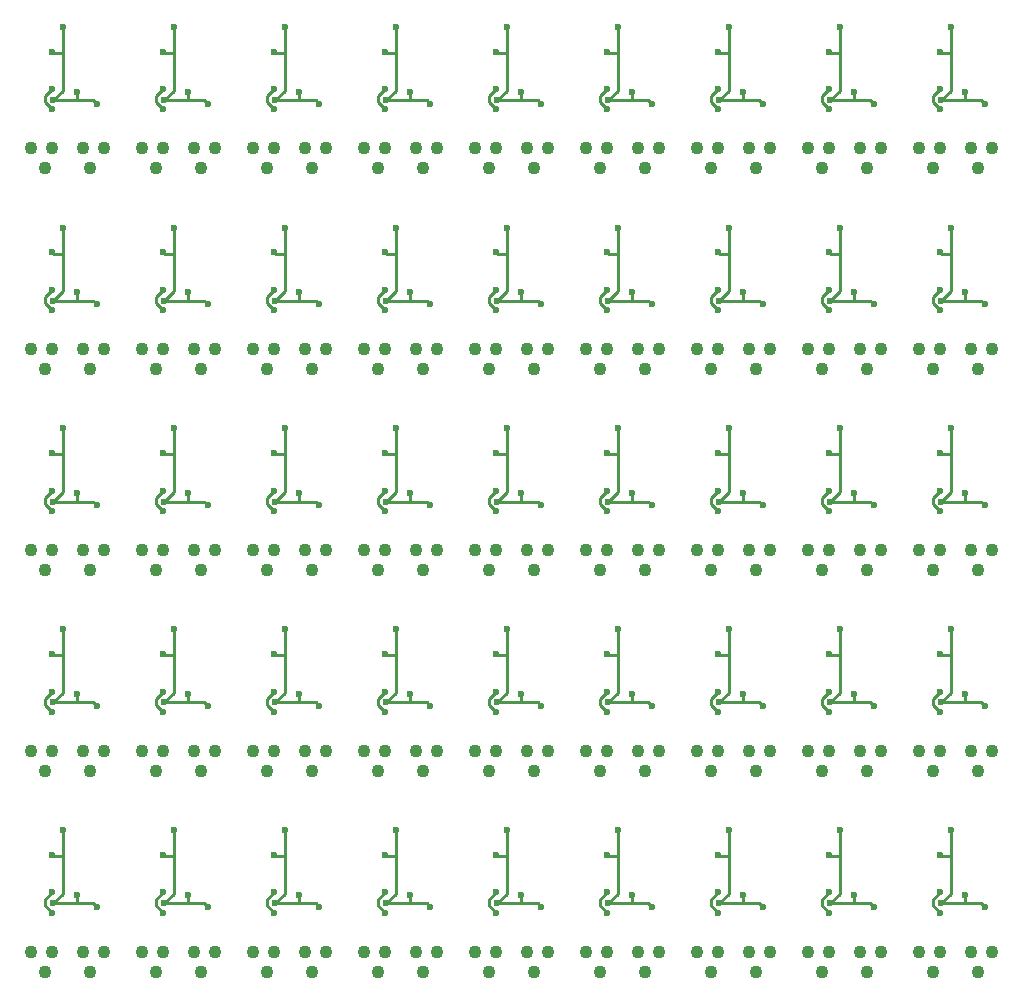
<source format=gbr>
G04 #@! TF.GenerationSoftware,KiCad,Pcbnew,5.0.0-rc2-dev-unknown-c6ef0d5~62~ubuntu16.04.1*
G04 #@! TF.CreationDate,2018-03-19T15:53:38+01:00*
G04 #@! TF.ProjectId,AS5306A_board_5x9_panel,415335333036415F626F6172645F3578,rev?*
G04 #@! TF.SameCoordinates,Original*
G04 #@! TF.FileFunction,Copper,L2,Bot,Signal*
G04 #@! TF.FilePolarity,Positive*
%FSLAX46Y46*%
G04 Gerber Fmt 4.6, Leading zero omitted, Abs format (unit mm)*
G04 Created by KiCad (PCBNEW 5.0.0-rc2-dev-unknown-c6ef0d5~62~ubuntu16.04.1) date Mon Mar 19 15:53:38 2018*
%MOMM*%
%LPD*%
G01*
G04 APERTURE LIST*
%ADD10C,1.100000*%
%ADD11C,0.600000*%
%ADD12C,0.250000*%
G04 APERTURE END LIST*
D10*
X178086000Y-64100000D03*
X181886000Y-64100000D03*
X181286000Y-62400000D03*
X183086000Y-62400000D03*
X178686000Y-62400000D03*
X176886000Y-62400000D03*
X178086000Y-132100000D03*
X181886000Y-132100000D03*
X181286000Y-130400000D03*
X183086000Y-130400000D03*
X178686000Y-130400000D03*
X176886000Y-130400000D03*
X178086000Y-81100000D03*
X181886000Y-81100000D03*
X181286000Y-79400000D03*
X183086000Y-79400000D03*
X178686000Y-79400000D03*
X176886000Y-79400000D03*
X168686000Y-64100000D03*
X172486000Y-64100000D03*
X171886000Y-62400000D03*
X173686000Y-62400000D03*
X169286000Y-62400000D03*
X167486000Y-62400000D03*
X168686000Y-81100000D03*
X172486000Y-81100000D03*
X171886000Y-79400000D03*
X173686000Y-79400000D03*
X169286000Y-79400000D03*
X167486000Y-79400000D03*
X168686000Y-98100000D03*
X172486000Y-98100000D03*
X171886000Y-96400000D03*
X173686000Y-96400000D03*
X169286000Y-96400000D03*
X167486000Y-96400000D03*
X168686000Y-115100000D03*
X172486000Y-115100000D03*
X171886000Y-113400000D03*
X173686000Y-113400000D03*
X169286000Y-113400000D03*
X167486000Y-113400000D03*
X178086000Y-98100000D03*
X181886000Y-98100000D03*
X181286000Y-96400000D03*
X183086000Y-96400000D03*
X178686000Y-96400000D03*
X176886000Y-96400000D03*
X168686000Y-132100000D03*
X172486000Y-132100000D03*
X171886000Y-130400000D03*
X173686000Y-130400000D03*
X169286000Y-130400000D03*
X167486000Y-130400000D03*
X178086000Y-115100000D03*
X181886000Y-115100000D03*
X181286000Y-113400000D03*
X183086000Y-113400000D03*
X178686000Y-113400000D03*
X176886000Y-113400000D03*
X148690000Y-62400000D03*
X150490000Y-62400000D03*
X154890000Y-62400000D03*
X153090000Y-62400000D03*
X153690000Y-64100000D03*
X149890000Y-64100000D03*
X158090000Y-62400000D03*
X159890000Y-62400000D03*
X164290000Y-62400000D03*
X162490000Y-62400000D03*
X163090000Y-64100000D03*
X159290000Y-64100000D03*
X148690000Y-130400000D03*
X150490000Y-130400000D03*
X154890000Y-130400000D03*
X153090000Y-130400000D03*
X153690000Y-132100000D03*
X149890000Y-132100000D03*
X158090000Y-130400000D03*
X159890000Y-130400000D03*
X164290000Y-130400000D03*
X162490000Y-130400000D03*
X163090000Y-132100000D03*
X159290000Y-132100000D03*
X158090000Y-79400000D03*
X159890000Y-79400000D03*
X164290000Y-79400000D03*
X162490000Y-79400000D03*
X163090000Y-81100000D03*
X159290000Y-81100000D03*
X148690000Y-79400000D03*
X150490000Y-79400000D03*
X154890000Y-79400000D03*
X153090000Y-79400000D03*
X153690000Y-81100000D03*
X149890000Y-81100000D03*
X148690000Y-96400000D03*
X150490000Y-96400000D03*
X154890000Y-96400000D03*
X153090000Y-96400000D03*
X153690000Y-98100000D03*
X149890000Y-98100000D03*
X148690000Y-113400000D03*
X150490000Y-113400000D03*
X154890000Y-113400000D03*
X153090000Y-113400000D03*
X153690000Y-115100000D03*
X149890000Y-115100000D03*
X158090000Y-96400000D03*
X159890000Y-96400000D03*
X164290000Y-96400000D03*
X162490000Y-96400000D03*
X163090000Y-98100000D03*
X159290000Y-98100000D03*
X158090000Y-113400000D03*
X159890000Y-113400000D03*
X164290000Y-113400000D03*
X162490000Y-113400000D03*
X163090000Y-115100000D03*
X159290000Y-115100000D03*
X140500000Y-132100000D03*
X144300000Y-132100000D03*
X143700000Y-130400000D03*
X145500000Y-130400000D03*
X141100000Y-130400000D03*
X139300000Y-130400000D03*
X131100000Y-132100000D03*
X134900000Y-132100000D03*
X134300000Y-130400000D03*
X136100000Y-130400000D03*
X131700000Y-130400000D03*
X129900000Y-130400000D03*
X121700000Y-132100000D03*
X125500000Y-132100000D03*
X124900000Y-130400000D03*
X126700000Y-130400000D03*
X122300000Y-130400000D03*
X120500000Y-130400000D03*
X112300000Y-132100000D03*
X116100000Y-132100000D03*
X115500000Y-130400000D03*
X117300000Y-130400000D03*
X112900000Y-130400000D03*
X111100000Y-130400000D03*
X102900000Y-132100000D03*
X106700000Y-132100000D03*
X106100000Y-130400000D03*
X107900000Y-130400000D03*
X103500000Y-130400000D03*
X101700000Y-130400000D03*
X140500000Y-115100000D03*
X144300000Y-115100000D03*
X143700000Y-113400000D03*
X145500000Y-113400000D03*
X141100000Y-113400000D03*
X139300000Y-113400000D03*
X131100000Y-115100000D03*
X134900000Y-115100000D03*
X134300000Y-113400000D03*
X136100000Y-113400000D03*
X131700000Y-113400000D03*
X129900000Y-113400000D03*
X121700000Y-115100000D03*
X125500000Y-115100000D03*
X124900000Y-113400000D03*
X126700000Y-113400000D03*
X122300000Y-113400000D03*
X120500000Y-113400000D03*
X112300000Y-115100000D03*
X116100000Y-115100000D03*
X115500000Y-113400000D03*
X117300000Y-113400000D03*
X112900000Y-113400000D03*
X111100000Y-113400000D03*
X102900000Y-115100000D03*
X106700000Y-115100000D03*
X106100000Y-113400000D03*
X107900000Y-113400000D03*
X103500000Y-113400000D03*
X101700000Y-113400000D03*
X140500000Y-98100000D03*
X144300000Y-98100000D03*
X143700000Y-96400000D03*
X145500000Y-96400000D03*
X141100000Y-96400000D03*
X139300000Y-96400000D03*
X131100000Y-98100000D03*
X134900000Y-98100000D03*
X134300000Y-96400000D03*
X136100000Y-96400000D03*
X131700000Y-96400000D03*
X129900000Y-96400000D03*
X121700000Y-98100000D03*
X125500000Y-98100000D03*
X124900000Y-96400000D03*
X126700000Y-96400000D03*
X122300000Y-96400000D03*
X120500000Y-96400000D03*
X112300000Y-98100000D03*
X116100000Y-98100000D03*
X115500000Y-96400000D03*
X117300000Y-96400000D03*
X112900000Y-96400000D03*
X111100000Y-96400000D03*
X102900000Y-98100000D03*
X106700000Y-98100000D03*
X106100000Y-96400000D03*
X107900000Y-96400000D03*
X103500000Y-96400000D03*
X101700000Y-96400000D03*
X140500000Y-81100000D03*
X144300000Y-81100000D03*
X143700000Y-79400000D03*
X145500000Y-79400000D03*
X141100000Y-79400000D03*
X139300000Y-79400000D03*
X131100000Y-81100000D03*
X134900000Y-81100000D03*
X134300000Y-79400000D03*
X136100000Y-79400000D03*
X131700000Y-79400000D03*
X129900000Y-79400000D03*
X121700000Y-81100000D03*
X125500000Y-81100000D03*
X124900000Y-79400000D03*
X126700000Y-79400000D03*
X122300000Y-79400000D03*
X120500000Y-79400000D03*
X112300000Y-81100000D03*
X116100000Y-81100000D03*
X115500000Y-79400000D03*
X117300000Y-79400000D03*
X112900000Y-79400000D03*
X111100000Y-79400000D03*
X102900000Y-81100000D03*
X106700000Y-81100000D03*
X106100000Y-79400000D03*
X107900000Y-79400000D03*
X103500000Y-79400000D03*
X101700000Y-79400000D03*
X140500000Y-64100000D03*
X144300000Y-64100000D03*
X143700000Y-62400000D03*
X145500000Y-62400000D03*
X141100000Y-62400000D03*
X139300000Y-62400000D03*
X131100000Y-64100000D03*
X134900000Y-64100000D03*
X134300000Y-62400000D03*
X136100000Y-62400000D03*
X131700000Y-62400000D03*
X129900000Y-62400000D03*
X121700000Y-64100000D03*
X125500000Y-64100000D03*
X124900000Y-62400000D03*
X126700000Y-62400000D03*
X122300000Y-62400000D03*
X120500000Y-62400000D03*
X112300000Y-64100000D03*
X116100000Y-64100000D03*
X115500000Y-62400000D03*
X117300000Y-62400000D03*
X112900000Y-62400000D03*
X111100000Y-62400000D03*
X102900000Y-64100000D03*
X106700000Y-64100000D03*
X106100000Y-62400000D03*
X107900000Y-62400000D03*
X103500000Y-62400000D03*
X101700000Y-62400000D03*
D11*
X169286000Y-105200000D03*
X178686000Y-105200000D03*
X169286000Y-122200000D03*
X178686000Y-122200000D03*
X178786000Y-58300000D03*
X173086000Y-75600000D03*
X182486000Y-75600000D03*
X171386000Y-108600000D03*
X173086000Y-92600000D03*
X182486000Y-92600000D03*
X173086000Y-109600000D03*
X182486000Y-109600000D03*
X173086000Y-126600000D03*
X182486000Y-126600000D03*
X171386000Y-74600000D03*
X180786000Y-74600000D03*
X171386000Y-91600000D03*
X180786000Y-91600000D03*
X169386000Y-75300000D03*
X178786000Y-75300000D03*
X180786000Y-108600000D03*
X171386000Y-125600000D03*
X180786000Y-125600000D03*
X182486000Y-58600000D03*
X169286000Y-54200000D03*
X170186000Y-52100000D03*
X169386000Y-58300000D03*
X173086000Y-58600000D03*
X171386000Y-57600000D03*
X169386000Y-92300000D03*
X178786000Y-92300000D03*
X169386000Y-109300000D03*
X178786000Y-109300000D03*
X169386000Y-126300000D03*
X178786000Y-126300000D03*
X180786000Y-57600000D03*
X170186000Y-120100000D03*
X179586000Y-120100000D03*
X178686000Y-54200000D03*
X169286000Y-71200000D03*
X178686000Y-71200000D03*
X169286000Y-88200000D03*
X178686000Y-88200000D03*
X179586000Y-86100000D03*
X170186000Y-103100000D03*
X179586000Y-103100000D03*
X179586000Y-52100000D03*
X170186000Y-69100000D03*
X179586000Y-69100000D03*
X170186000Y-86100000D03*
X151390000Y-52100000D03*
X150590000Y-58300000D03*
X154290000Y-58600000D03*
X152590000Y-57600000D03*
X150590000Y-92300000D03*
X159990000Y-92300000D03*
X150590000Y-109300000D03*
X159990000Y-109300000D03*
X150590000Y-126300000D03*
X159990000Y-126300000D03*
X161990000Y-57600000D03*
X151390000Y-120100000D03*
X160790000Y-120100000D03*
X159890000Y-54200000D03*
X150490000Y-71200000D03*
X159890000Y-71200000D03*
X150490000Y-88200000D03*
X159890000Y-88200000D03*
X150490000Y-105200000D03*
X159890000Y-105200000D03*
X150490000Y-122200000D03*
X159890000Y-122200000D03*
X159990000Y-58300000D03*
X154290000Y-75600000D03*
X163690000Y-75600000D03*
X152590000Y-108600000D03*
X154290000Y-92600000D03*
X163690000Y-92600000D03*
X154290000Y-109600000D03*
X163690000Y-109600000D03*
X154290000Y-126600000D03*
X163690000Y-126600000D03*
X152590000Y-74600000D03*
X161990000Y-74600000D03*
X152590000Y-91600000D03*
X161990000Y-91600000D03*
X150590000Y-75300000D03*
X159990000Y-75300000D03*
X161990000Y-108600000D03*
X152590000Y-125600000D03*
X161990000Y-125600000D03*
X163690000Y-58600000D03*
X150490000Y-54200000D03*
X160790000Y-52100000D03*
X151390000Y-69100000D03*
X160790000Y-69100000D03*
X151390000Y-86100000D03*
X160790000Y-86100000D03*
X151390000Y-103100000D03*
X160790000Y-103100000D03*
X144900000Y-126600000D03*
X135500000Y-126600000D03*
X126100000Y-126600000D03*
X116700000Y-126600000D03*
X107300000Y-126600000D03*
X144900000Y-109600000D03*
X135500000Y-109600000D03*
X126100000Y-109600000D03*
X116700000Y-109600000D03*
X107300000Y-109600000D03*
X144900000Y-92600000D03*
X135500000Y-92600000D03*
X126100000Y-92600000D03*
X116700000Y-92600000D03*
X107300000Y-92600000D03*
X144900000Y-75600000D03*
X135500000Y-75600000D03*
X126100000Y-75600000D03*
X116700000Y-75600000D03*
X107300000Y-75600000D03*
X144900000Y-58600000D03*
X135500000Y-58600000D03*
X126100000Y-58600000D03*
X116700000Y-58600000D03*
X143200000Y-125600000D03*
X133800000Y-125600000D03*
X124400000Y-125600000D03*
X115000000Y-125600000D03*
X105600000Y-125600000D03*
X143200000Y-108600000D03*
X133800000Y-108600000D03*
X124400000Y-108600000D03*
X115000000Y-108600000D03*
X105600000Y-108600000D03*
X143200000Y-91600000D03*
X133800000Y-91600000D03*
X124400000Y-91600000D03*
X115000000Y-91600000D03*
X105600000Y-91600000D03*
X143200000Y-74600000D03*
X133800000Y-74600000D03*
X124400000Y-74600000D03*
X115000000Y-74600000D03*
X105600000Y-74600000D03*
X143200000Y-57600000D03*
X133800000Y-57600000D03*
X124400000Y-57600000D03*
X115000000Y-57600000D03*
X141200000Y-126300000D03*
X131800000Y-126300000D03*
X122400000Y-126300000D03*
X113000000Y-126300000D03*
X103600000Y-126300000D03*
X141200000Y-109300000D03*
X131800000Y-109300000D03*
X122400000Y-109300000D03*
X113000000Y-109300000D03*
X103600000Y-109300000D03*
X141200000Y-92300000D03*
X131800000Y-92300000D03*
X122400000Y-92300000D03*
X113000000Y-92300000D03*
X103600000Y-92300000D03*
X141200000Y-75300000D03*
X131800000Y-75300000D03*
X122400000Y-75300000D03*
X113000000Y-75300000D03*
X103600000Y-75300000D03*
X141200000Y-58300000D03*
X131800000Y-58300000D03*
X122400000Y-58300000D03*
X113000000Y-58300000D03*
X141100000Y-122200000D03*
X131700000Y-122200000D03*
X122300000Y-122200000D03*
X112900000Y-122200000D03*
X103500000Y-122200000D03*
X141100000Y-105200000D03*
X131700000Y-105200000D03*
X122300000Y-105200000D03*
X112900000Y-105200000D03*
X103500000Y-105200000D03*
X141100000Y-88200000D03*
X131700000Y-88200000D03*
X122300000Y-88200000D03*
X112900000Y-88200000D03*
X103500000Y-88200000D03*
X141100000Y-71200000D03*
X131700000Y-71200000D03*
X122300000Y-71200000D03*
X112900000Y-71200000D03*
X103500000Y-71200000D03*
X141100000Y-54200000D03*
X131700000Y-54200000D03*
X122300000Y-54200000D03*
X112900000Y-54200000D03*
X142000000Y-120100000D03*
X132600000Y-120100000D03*
X123200000Y-120100000D03*
X113800000Y-120100000D03*
X104400000Y-120100000D03*
X142000000Y-103100000D03*
X132600000Y-103100000D03*
X123200000Y-103100000D03*
X113800000Y-103100000D03*
X104400000Y-103100000D03*
X142000000Y-86100000D03*
X132600000Y-86100000D03*
X123200000Y-86100000D03*
X113800000Y-86100000D03*
X104400000Y-86100000D03*
X142000000Y-69100000D03*
X132600000Y-69100000D03*
X123200000Y-69100000D03*
X113800000Y-69100000D03*
X104400000Y-69100000D03*
X142000000Y-52100000D03*
X132600000Y-52100000D03*
X123200000Y-52100000D03*
X113800000Y-52100000D03*
X103500000Y-54200000D03*
X105600000Y-57600000D03*
X107300000Y-58600000D03*
X103600000Y-58300000D03*
X104400000Y-52100000D03*
X169286000Y-108400000D03*
X178686000Y-108400000D03*
X169286000Y-125400000D03*
X178686000Y-125400000D03*
X169286000Y-91400000D03*
X178686000Y-91400000D03*
X169286000Y-57400000D03*
X178686000Y-59100000D03*
X169286000Y-76100000D03*
X178686000Y-76100000D03*
X169286000Y-93100000D03*
X178686000Y-93100000D03*
X169286000Y-110100000D03*
X178686000Y-110100000D03*
X169286000Y-127100000D03*
X178686000Y-127100000D03*
X178686000Y-57400000D03*
X169286000Y-74400000D03*
X178686000Y-74400000D03*
X169286000Y-59100000D03*
X150490000Y-127100000D03*
X159890000Y-127100000D03*
X159890000Y-57400000D03*
X150490000Y-74400000D03*
X159890000Y-74400000D03*
X150490000Y-108400000D03*
X159890000Y-108400000D03*
X150490000Y-125400000D03*
X159890000Y-125400000D03*
X150490000Y-91400000D03*
X159890000Y-91400000D03*
X150490000Y-57400000D03*
X159890000Y-59100000D03*
X150490000Y-76100000D03*
X159890000Y-76100000D03*
X150490000Y-93100000D03*
X159890000Y-93100000D03*
X150490000Y-110100000D03*
X159890000Y-110100000D03*
X150490000Y-59100000D03*
X141100000Y-125400000D03*
X131700000Y-125400000D03*
X122300000Y-125400000D03*
X112900000Y-125400000D03*
X103500000Y-125400000D03*
X141100000Y-108400000D03*
X131700000Y-108400000D03*
X122300000Y-108400000D03*
X112900000Y-108400000D03*
X103500000Y-108400000D03*
X141100000Y-91400000D03*
X131700000Y-91400000D03*
X122300000Y-91400000D03*
X112900000Y-91400000D03*
X103500000Y-91400000D03*
X141100000Y-74400000D03*
X131700000Y-74400000D03*
X122300000Y-74400000D03*
X112900000Y-74400000D03*
X103500000Y-74400000D03*
X141100000Y-57400000D03*
X131700000Y-57400000D03*
X122300000Y-57400000D03*
X112900000Y-57400000D03*
X141100000Y-127100000D03*
X131700000Y-127100000D03*
X122300000Y-127100000D03*
X112900000Y-127100000D03*
X103500000Y-127100000D03*
X141100000Y-110100000D03*
X131700000Y-110100000D03*
X122300000Y-110100000D03*
X112900000Y-110100000D03*
X103500000Y-110100000D03*
X141100000Y-93100000D03*
X131700000Y-93100000D03*
X122300000Y-93100000D03*
X112900000Y-93100000D03*
X103500000Y-93100000D03*
X141100000Y-76100000D03*
X131700000Y-76100000D03*
X122300000Y-76100000D03*
X112900000Y-76100000D03*
X103500000Y-76100000D03*
X141100000Y-59100000D03*
X131700000Y-59100000D03*
X122300000Y-59100000D03*
X112900000Y-59100000D03*
X103500000Y-57400000D03*
X103500000Y-59100000D03*
D12*
X169286000Y-88200000D02*
X169386000Y-88300000D01*
X178686000Y-88200000D02*
X178786000Y-88300000D01*
X169286000Y-105200000D02*
X169386000Y-105300000D01*
X178686000Y-105200000D02*
X178786000Y-105300000D01*
X169286000Y-122200000D02*
X169386000Y-122300000D01*
X178686000Y-122200000D02*
X178786000Y-122300000D01*
X178786000Y-54300000D02*
X179586000Y-54300000D01*
X170186000Y-74500000D02*
X170186000Y-71300000D01*
X179586000Y-74500000D02*
X179586000Y-71300000D01*
X170186000Y-91500000D02*
X170186000Y-88300000D01*
X179586000Y-91500000D02*
X179586000Y-88300000D01*
X170186000Y-108500000D02*
X170186000Y-105300000D01*
X179586000Y-108500000D02*
X179586000Y-105300000D01*
X170186000Y-88300000D02*
X170186000Y-86100000D01*
X179586000Y-88300000D02*
X179586000Y-86100000D01*
X170186000Y-105300000D02*
X170186000Y-103100000D01*
X179586000Y-105300000D02*
X179586000Y-103100000D01*
X170186000Y-122300000D02*
X170186000Y-120100000D01*
X179586000Y-122300000D02*
X179586000Y-120100000D01*
X179586000Y-57500000D02*
X179586000Y-54300000D01*
X169386000Y-71300000D02*
X170186000Y-71300000D01*
X178786000Y-71300000D02*
X179586000Y-71300000D01*
X169386000Y-88300000D02*
X170186000Y-88300000D01*
X178786000Y-88300000D02*
X179586000Y-88300000D01*
X169386000Y-105300000D02*
X170186000Y-105300000D01*
X178786000Y-105300000D02*
X179586000Y-105300000D01*
X179586000Y-71300000D02*
X179586000Y-69100000D01*
X171386000Y-109300000D02*
X169386000Y-109300000D01*
X180786000Y-109300000D02*
X178786000Y-109300000D01*
X171386000Y-126300000D02*
X169386000Y-126300000D01*
X180786000Y-126300000D02*
X178786000Y-126300000D01*
X178786000Y-58300000D02*
X179586000Y-57500000D01*
X169386000Y-75300000D02*
X170186000Y-74500000D01*
X178786000Y-75300000D02*
X179586000Y-74500000D01*
X171386000Y-125600000D02*
X171386000Y-126300000D01*
X180786000Y-125600000D02*
X180786000Y-126300000D01*
X182186000Y-58300000D02*
X180786000Y-58300000D01*
X172786000Y-75300000D02*
X171386000Y-75300000D01*
X182186000Y-75300000D02*
X180786000Y-75300000D01*
X172786000Y-92300000D02*
X171386000Y-92300000D01*
X180786000Y-57600000D02*
X180786000Y-58300000D01*
X171386000Y-74600000D02*
X171386000Y-75300000D01*
X180786000Y-74600000D02*
X180786000Y-75300000D01*
X171386000Y-91600000D02*
X171386000Y-92300000D01*
X180786000Y-91600000D02*
X180786000Y-92300000D01*
X171386000Y-108600000D02*
X171386000Y-109300000D01*
X180786000Y-108600000D02*
X180786000Y-109300000D01*
X169386000Y-122300000D02*
X170186000Y-122300000D01*
X178786000Y-122300000D02*
X179586000Y-122300000D01*
X179586000Y-54300000D02*
X179586000Y-52100000D01*
X170186000Y-71300000D02*
X170186000Y-69100000D01*
X170186000Y-54300000D02*
X170186000Y-52100000D01*
X170186000Y-57500000D02*
X170186000Y-54300000D01*
X169386000Y-58300000D02*
X170186000Y-57500000D01*
X173086000Y-58600000D02*
X172786000Y-58300000D01*
X171386000Y-58300000D02*
X169386000Y-58300000D01*
X172786000Y-58300000D02*
X171386000Y-58300000D01*
X171386000Y-57600000D02*
X171386000Y-58300000D01*
X182186000Y-92300000D02*
X180786000Y-92300000D01*
X172786000Y-109300000D02*
X171386000Y-109300000D01*
X182186000Y-109300000D02*
X180786000Y-109300000D01*
X172786000Y-126300000D02*
X171386000Y-126300000D01*
X182186000Y-126300000D02*
X180786000Y-126300000D01*
X182486000Y-58600000D02*
X182186000Y-58300000D01*
X178686000Y-54200000D02*
X178786000Y-54300000D01*
X169286000Y-71200000D02*
X169386000Y-71300000D01*
X178686000Y-71200000D02*
X178786000Y-71300000D01*
X173086000Y-75600000D02*
X172786000Y-75300000D01*
X182486000Y-75600000D02*
X182186000Y-75300000D01*
X173086000Y-92600000D02*
X172786000Y-92300000D01*
X182486000Y-92600000D02*
X182186000Y-92300000D01*
X173086000Y-109600000D02*
X172786000Y-109300000D01*
X182486000Y-109600000D02*
X182186000Y-109300000D01*
X173086000Y-126600000D02*
X172786000Y-126300000D01*
X182486000Y-126600000D02*
X182186000Y-126300000D01*
X169386000Y-92300000D02*
X170186000Y-91500000D01*
X178786000Y-92300000D02*
X179586000Y-91500000D01*
X169386000Y-109300000D02*
X170186000Y-108500000D01*
X178786000Y-109300000D02*
X179586000Y-108500000D01*
X169386000Y-126300000D02*
X170186000Y-125500000D01*
X178786000Y-126300000D02*
X179586000Y-125500000D01*
X170186000Y-125500000D02*
X170186000Y-122300000D01*
X179586000Y-125500000D02*
X179586000Y-122300000D01*
X180786000Y-58300000D02*
X178786000Y-58300000D01*
X171386000Y-75300000D02*
X169386000Y-75300000D01*
X180786000Y-75300000D02*
X178786000Y-75300000D01*
X171386000Y-92300000D02*
X169386000Y-92300000D01*
X180786000Y-92300000D02*
X178786000Y-92300000D01*
X169286000Y-54200000D02*
X169386000Y-54300000D01*
X169386000Y-54300000D02*
X170186000Y-54300000D01*
X150590000Y-122300000D02*
X151390000Y-122300000D01*
X159990000Y-122300000D02*
X160790000Y-122300000D01*
X160790000Y-54300000D02*
X160790000Y-52100000D01*
X151390000Y-71300000D02*
X151390000Y-69100000D01*
X151390000Y-54300000D02*
X151390000Y-52100000D01*
X151390000Y-57500000D02*
X151390000Y-54300000D01*
X150590000Y-58300000D02*
X151390000Y-57500000D01*
X154290000Y-58600000D02*
X153990000Y-58300000D01*
X152590000Y-58300000D02*
X150590000Y-58300000D01*
X153990000Y-58300000D02*
X152590000Y-58300000D01*
X152590000Y-57600000D02*
X152590000Y-58300000D01*
X150490000Y-88200000D02*
X150590000Y-88300000D01*
X159890000Y-88200000D02*
X159990000Y-88300000D01*
X150490000Y-105200000D02*
X150590000Y-105300000D01*
X159890000Y-105200000D02*
X159990000Y-105300000D01*
X150490000Y-122200000D02*
X150590000Y-122300000D01*
X159890000Y-122200000D02*
X159990000Y-122300000D01*
X159990000Y-54300000D02*
X160790000Y-54300000D01*
X151390000Y-74500000D02*
X151390000Y-71300000D01*
X160790000Y-74500000D02*
X160790000Y-71300000D01*
X151390000Y-91500000D02*
X151390000Y-88300000D01*
X160790000Y-91500000D02*
X160790000Y-88300000D01*
X151390000Y-108500000D02*
X151390000Y-105300000D01*
X160790000Y-108500000D02*
X160790000Y-105300000D01*
X151390000Y-88300000D02*
X151390000Y-86100000D01*
X160790000Y-88300000D02*
X160790000Y-86100000D01*
X151390000Y-105300000D02*
X151390000Y-103100000D01*
X160790000Y-105300000D02*
X160790000Y-103100000D01*
X151390000Y-122300000D02*
X151390000Y-120100000D01*
X160790000Y-122300000D02*
X160790000Y-120100000D01*
X160790000Y-57500000D02*
X160790000Y-54300000D01*
X150590000Y-71300000D02*
X151390000Y-71300000D01*
X159990000Y-71300000D02*
X160790000Y-71300000D01*
X150590000Y-88300000D02*
X151390000Y-88300000D01*
X159990000Y-88300000D02*
X160790000Y-88300000D01*
X150590000Y-105300000D02*
X151390000Y-105300000D01*
X159990000Y-105300000D02*
X160790000Y-105300000D01*
X160790000Y-71300000D02*
X160790000Y-69100000D01*
X152590000Y-109300000D02*
X150590000Y-109300000D01*
X161990000Y-109300000D02*
X159990000Y-109300000D01*
X152590000Y-126300000D02*
X150590000Y-126300000D01*
X161990000Y-126300000D02*
X159990000Y-126300000D01*
X159990000Y-58300000D02*
X160790000Y-57500000D01*
X150590000Y-75300000D02*
X151390000Y-74500000D01*
X159990000Y-75300000D02*
X160790000Y-74500000D01*
X163390000Y-92300000D02*
X161990000Y-92300000D01*
X153990000Y-109300000D02*
X152590000Y-109300000D01*
X163390000Y-109300000D02*
X161990000Y-109300000D01*
X153990000Y-126300000D02*
X152590000Y-126300000D01*
X163390000Y-126300000D02*
X161990000Y-126300000D01*
X163690000Y-58600000D02*
X163390000Y-58300000D01*
X159890000Y-54200000D02*
X159990000Y-54300000D01*
X150490000Y-71200000D02*
X150590000Y-71300000D01*
X159890000Y-71200000D02*
X159990000Y-71300000D01*
X154290000Y-75600000D02*
X153990000Y-75300000D01*
X163690000Y-75600000D02*
X163390000Y-75300000D01*
X154290000Y-92600000D02*
X153990000Y-92300000D01*
X163690000Y-92600000D02*
X163390000Y-92300000D01*
X154290000Y-109600000D02*
X153990000Y-109300000D01*
X163690000Y-109600000D02*
X163390000Y-109300000D01*
X154290000Y-126600000D02*
X153990000Y-126300000D01*
X163690000Y-126600000D02*
X163390000Y-126300000D01*
X150590000Y-92300000D02*
X151390000Y-91500000D01*
X159990000Y-92300000D02*
X160790000Y-91500000D01*
X150590000Y-109300000D02*
X151390000Y-108500000D01*
X159990000Y-109300000D02*
X160790000Y-108500000D01*
X150590000Y-126300000D02*
X151390000Y-125500000D01*
X159990000Y-126300000D02*
X160790000Y-125500000D01*
X151390000Y-125500000D02*
X151390000Y-122300000D01*
X160790000Y-125500000D02*
X160790000Y-122300000D01*
X161990000Y-58300000D02*
X159990000Y-58300000D01*
X152590000Y-75300000D02*
X150590000Y-75300000D01*
X161990000Y-75300000D02*
X159990000Y-75300000D01*
X152590000Y-92300000D02*
X150590000Y-92300000D01*
X161990000Y-92300000D02*
X159990000Y-92300000D01*
X152590000Y-125600000D02*
X152590000Y-126300000D01*
X161990000Y-125600000D02*
X161990000Y-126300000D01*
X163390000Y-58300000D02*
X161990000Y-58300000D01*
X153990000Y-75300000D02*
X152590000Y-75300000D01*
X163390000Y-75300000D02*
X161990000Y-75300000D01*
X153990000Y-92300000D02*
X152590000Y-92300000D01*
X161990000Y-57600000D02*
X161990000Y-58300000D01*
X152590000Y-74600000D02*
X152590000Y-75300000D01*
X161990000Y-74600000D02*
X161990000Y-75300000D01*
X152590000Y-91600000D02*
X152590000Y-92300000D01*
X161990000Y-91600000D02*
X161990000Y-92300000D01*
X152590000Y-108600000D02*
X152590000Y-109300000D01*
X161990000Y-108600000D02*
X161990000Y-109300000D01*
X150490000Y-54200000D02*
X150590000Y-54300000D01*
X150590000Y-54300000D02*
X151390000Y-54300000D01*
X144900000Y-126600000D02*
X144600000Y-126300000D01*
X135500000Y-126600000D02*
X135200000Y-126300000D01*
X126100000Y-126600000D02*
X125800000Y-126300000D01*
X116700000Y-126600000D02*
X116400000Y-126300000D01*
X107300000Y-126600000D02*
X107000000Y-126300000D01*
X144900000Y-109600000D02*
X144600000Y-109300000D01*
X135500000Y-109600000D02*
X135200000Y-109300000D01*
X126100000Y-109600000D02*
X125800000Y-109300000D01*
X116700000Y-109600000D02*
X116400000Y-109300000D01*
X107300000Y-109600000D02*
X107000000Y-109300000D01*
X144900000Y-92600000D02*
X144600000Y-92300000D01*
X135500000Y-92600000D02*
X135200000Y-92300000D01*
X126100000Y-92600000D02*
X125800000Y-92300000D01*
X116700000Y-92600000D02*
X116400000Y-92300000D01*
X107300000Y-92600000D02*
X107000000Y-92300000D01*
X144900000Y-75600000D02*
X144600000Y-75300000D01*
X135500000Y-75600000D02*
X135200000Y-75300000D01*
X126100000Y-75600000D02*
X125800000Y-75300000D01*
X116700000Y-75600000D02*
X116400000Y-75300000D01*
X107300000Y-75600000D02*
X107000000Y-75300000D01*
X144900000Y-58600000D02*
X144600000Y-58300000D01*
X135500000Y-58600000D02*
X135200000Y-58300000D01*
X126100000Y-58600000D02*
X125800000Y-58300000D01*
X116700000Y-58600000D02*
X116400000Y-58300000D01*
X144600000Y-126300000D02*
X143200000Y-126300000D01*
X135200000Y-126300000D02*
X133800000Y-126300000D01*
X125800000Y-126300000D02*
X124400000Y-126300000D01*
X116400000Y-126300000D02*
X115000000Y-126300000D01*
X107000000Y-126300000D02*
X105600000Y-126300000D01*
X144600000Y-109300000D02*
X143200000Y-109300000D01*
X135200000Y-109300000D02*
X133800000Y-109300000D01*
X125800000Y-109300000D02*
X124400000Y-109300000D01*
X116400000Y-109300000D02*
X115000000Y-109300000D01*
X107000000Y-109300000D02*
X105600000Y-109300000D01*
X144600000Y-92300000D02*
X143200000Y-92300000D01*
X135200000Y-92300000D02*
X133800000Y-92300000D01*
X125800000Y-92300000D02*
X124400000Y-92300000D01*
X116400000Y-92300000D02*
X115000000Y-92300000D01*
X107000000Y-92300000D02*
X105600000Y-92300000D01*
X144600000Y-75300000D02*
X143200000Y-75300000D01*
X135200000Y-75300000D02*
X133800000Y-75300000D01*
X125800000Y-75300000D02*
X124400000Y-75300000D01*
X116400000Y-75300000D02*
X115000000Y-75300000D01*
X107000000Y-75300000D02*
X105600000Y-75300000D01*
X144600000Y-58300000D02*
X143200000Y-58300000D01*
X135200000Y-58300000D02*
X133800000Y-58300000D01*
X125800000Y-58300000D02*
X124400000Y-58300000D01*
X116400000Y-58300000D02*
X115000000Y-58300000D01*
X143200000Y-125600000D02*
X143200000Y-126300000D01*
X133800000Y-125600000D02*
X133800000Y-126300000D01*
X124400000Y-125600000D02*
X124400000Y-126300000D01*
X115000000Y-125600000D02*
X115000000Y-126300000D01*
X105600000Y-125600000D02*
X105600000Y-126300000D01*
X143200000Y-108600000D02*
X143200000Y-109300000D01*
X133800000Y-108600000D02*
X133800000Y-109300000D01*
X124400000Y-108600000D02*
X124400000Y-109300000D01*
X115000000Y-108600000D02*
X115000000Y-109300000D01*
X105600000Y-108600000D02*
X105600000Y-109300000D01*
X143200000Y-91600000D02*
X143200000Y-92300000D01*
X133800000Y-91600000D02*
X133800000Y-92300000D01*
X124400000Y-91600000D02*
X124400000Y-92300000D01*
X115000000Y-91600000D02*
X115000000Y-92300000D01*
X105600000Y-91600000D02*
X105600000Y-92300000D01*
X143200000Y-74600000D02*
X143200000Y-75300000D01*
X133800000Y-74600000D02*
X133800000Y-75300000D01*
X124400000Y-74600000D02*
X124400000Y-75300000D01*
X115000000Y-74600000D02*
X115000000Y-75300000D01*
X105600000Y-74600000D02*
X105600000Y-75300000D01*
X143200000Y-57600000D02*
X143200000Y-58300000D01*
X133800000Y-57600000D02*
X133800000Y-58300000D01*
X124400000Y-57600000D02*
X124400000Y-58300000D01*
X115000000Y-57600000D02*
X115000000Y-58300000D01*
X141200000Y-126300000D02*
X142000000Y-125500000D01*
X131800000Y-126300000D02*
X132600000Y-125500000D01*
X122400000Y-126300000D02*
X123200000Y-125500000D01*
X113000000Y-126300000D02*
X113800000Y-125500000D01*
X103600000Y-126300000D02*
X104400000Y-125500000D01*
X141200000Y-109300000D02*
X142000000Y-108500000D01*
X131800000Y-109300000D02*
X132600000Y-108500000D01*
X122400000Y-109300000D02*
X123200000Y-108500000D01*
X113000000Y-109300000D02*
X113800000Y-108500000D01*
X103600000Y-109300000D02*
X104400000Y-108500000D01*
X141200000Y-92300000D02*
X142000000Y-91500000D01*
X131800000Y-92300000D02*
X132600000Y-91500000D01*
X122400000Y-92300000D02*
X123200000Y-91500000D01*
X113000000Y-92300000D02*
X113800000Y-91500000D01*
X103600000Y-92300000D02*
X104400000Y-91500000D01*
X141200000Y-75300000D02*
X142000000Y-74500000D01*
X131800000Y-75300000D02*
X132600000Y-74500000D01*
X122400000Y-75300000D02*
X123200000Y-74500000D01*
X113000000Y-75300000D02*
X113800000Y-74500000D01*
X103600000Y-75300000D02*
X104400000Y-74500000D01*
X141200000Y-58300000D02*
X142000000Y-57500000D01*
X131800000Y-58300000D02*
X132600000Y-57500000D01*
X122400000Y-58300000D02*
X123200000Y-57500000D01*
X113000000Y-58300000D02*
X113800000Y-57500000D01*
X143200000Y-126300000D02*
X141200000Y-126300000D01*
X133800000Y-126300000D02*
X131800000Y-126300000D01*
X124400000Y-126300000D02*
X122400000Y-126300000D01*
X115000000Y-126300000D02*
X113000000Y-126300000D01*
X105600000Y-126300000D02*
X103600000Y-126300000D01*
X143200000Y-109300000D02*
X141200000Y-109300000D01*
X133800000Y-109300000D02*
X131800000Y-109300000D01*
X124400000Y-109300000D02*
X122400000Y-109300000D01*
X115000000Y-109300000D02*
X113000000Y-109300000D01*
X105600000Y-109300000D02*
X103600000Y-109300000D01*
X143200000Y-92300000D02*
X141200000Y-92300000D01*
X133800000Y-92300000D02*
X131800000Y-92300000D01*
X124400000Y-92300000D02*
X122400000Y-92300000D01*
X115000000Y-92300000D02*
X113000000Y-92300000D01*
X105600000Y-92300000D02*
X103600000Y-92300000D01*
X143200000Y-75300000D02*
X141200000Y-75300000D01*
X133800000Y-75300000D02*
X131800000Y-75300000D01*
X124400000Y-75300000D02*
X122400000Y-75300000D01*
X115000000Y-75300000D02*
X113000000Y-75300000D01*
X105600000Y-75300000D02*
X103600000Y-75300000D01*
X143200000Y-58300000D02*
X141200000Y-58300000D01*
X133800000Y-58300000D02*
X131800000Y-58300000D01*
X124400000Y-58300000D02*
X122400000Y-58300000D01*
X115000000Y-58300000D02*
X113000000Y-58300000D01*
X142000000Y-125500000D02*
X142000000Y-122300000D01*
X132600000Y-125500000D02*
X132600000Y-122300000D01*
X123200000Y-125500000D02*
X123200000Y-122300000D01*
X113800000Y-125500000D02*
X113800000Y-122300000D01*
X104400000Y-125500000D02*
X104400000Y-122300000D01*
X142000000Y-108500000D02*
X142000000Y-105300000D01*
X132600000Y-108500000D02*
X132600000Y-105300000D01*
X123200000Y-108500000D02*
X123200000Y-105300000D01*
X113800000Y-108500000D02*
X113800000Y-105300000D01*
X104400000Y-108500000D02*
X104400000Y-105300000D01*
X142000000Y-91500000D02*
X142000000Y-88300000D01*
X132600000Y-91500000D02*
X132600000Y-88300000D01*
X123200000Y-91500000D02*
X123200000Y-88300000D01*
X113800000Y-91500000D02*
X113800000Y-88300000D01*
X104400000Y-91500000D02*
X104400000Y-88300000D01*
X142000000Y-74500000D02*
X142000000Y-71300000D01*
X132600000Y-74500000D02*
X132600000Y-71300000D01*
X123200000Y-74500000D02*
X123200000Y-71300000D01*
X113800000Y-74500000D02*
X113800000Y-71300000D01*
X104400000Y-74500000D02*
X104400000Y-71300000D01*
X142000000Y-57500000D02*
X142000000Y-54300000D01*
X132600000Y-57500000D02*
X132600000Y-54300000D01*
X123200000Y-57500000D02*
X123200000Y-54300000D01*
X113800000Y-57500000D02*
X113800000Y-54300000D01*
X142000000Y-122300000D02*
X142000000Y-120100000D01*
X132600000Y-122300000D02*
X132600000Y-120100000D01*
X123200000Y-122300000D02*
X123200000Y-120100000D01*
X113800000Y-122300000D02*
X113800000Y-120100000D01*
X104400000Y-122300000D02*
X104400000Y-120100000D01*
X142000000Y-105300000D02*
X142000000Y-103100000D01*
X132600000Y-105300000D02*
X132600000Y-103100000D01*
X123200000Y-105300000D02*
X123200000Y-103100000D01*
X113800000Y-105300000D02*
X113800000Y-103100000D01*
X104400000Y-105300000D02*
X104400000Y-103100000D01*
X142000000Y-88300000D02*
X142000000Y-86100000D01*
X132600000Y-88300000D02*
X132600000Y-86100000D01*
X123200000Y-88300000D02*
X123200000Y-86100000D01*
X113800000Y-88300000D02*
X113800000Y-86100000D01*
X104400000Y-88300000D02*
X104400000Y-86100000D01*
X142000000Y-71300000D02*
X142000000Y-69100000D01*
X132600000Y-71300000D02*
X132600000Y-69100000D01*
X123200000Y-71300000D02*
X123200000Y-69100000D01*
X113800000Y-71300000D02*
X113800000Y-69100000D01*
X104400000Y-71300000D02*
X104400000Y-69100000D01*
X142000000Y-54300000D02*
X142000000Y-52100000D01*
X132600000Y-54300000D02*
X132600000Y-52100000D01*
X123200000Y-54300000D02*
X123200000Y-52100000D01*
X113800000Y-54300000D02*
X113800000Y-52100000D01*
X141200000Y-122300000D02*
X142000000Y-122300000D01*
X131800000Y-122300000D02*
X132600000Y-122300000D01*
X122400000Y-122300000D02*
X123200000Y-122300000D01*
X113000000Y-122300000D02*
X113800000Y-122300000D01*
X103600000Y-122300000D02*
X104400000Y-122300000D01*
X141200000Y-105300000D02*
X142000000Y-105300000D01*
X131800000Y-105300000D02*
X132600000Y-105300000D01*
X122400000Y-105300000D02*
X123200000Y-105300000D01*
X113000000Y-105300000D02*
X113800000Y-105300000D01*
X103600000Y-105300000D02*
X104400000Y-105300000D01*
X141200000Y-88300000D02*
X142000000Y-88300000D01*
X131800000Y-88300000D02*
X132600000Y-88300000D01*
X122400000Y-88300000D02*
X123200000Y-88300000D01*
X113000000Y-88300000D02*
X113800000Y-88300000D01*
X103600000Y-88300000D02*
X104400000Y-88300000D01*
X141200000Y-71300000D02*
X142000000Y-71300000D01*
X131800000Y-71300000D02*
X132600000Y-71300000D01*
X122400000Y-71300000D02*
X123200000Y-71300000D01*
X113000000Y-71300000D02*
X113800000Y-71300000D01*
X103600000Y-71300000D02*
X104400000Y-71300000D01*
X141200000Y-54300000D02*
X142000000Y-54300000D01*
X131800000Y-54300000D02*
X132600000Y-54300000D01*
X122400000Y-54300000D02*
X123200000Y-54300000D01*
X113000000Y-54300000D02*
X113800000Y-54300000D01*
X141100000Y-122200000D02*
X141200000Y-122300000D01*
X131700000Y-122200000D02*
X131800000Y-122300000D01*
X122300000Y-122200000D02*
X122400000Y-122300000D01*
X112900000Y-122200000D02*
X113000000Y-122300000D01*
X103500000Y-122200000D02*
X103600000Y-122300000D01*
X141100000Y-105200000D02*
X141200000Y-105300000D01*
X131700000Y-105200000D02*
X131800000Y-105300000D01*
X122300000Y-105200000D02*
X122400000Y-105300000D01*
X112900000Y-105200000D02*
X113000000Y-105300000D01*
X103500000Y-105200000D02*
X103600000Y-105300000D01*
X141100000Y-88200000D02*
X141200000Y-88300000D01*
X131700000Y-88200000D02*
X131800000Y-88300000D01*
X122300000Y-88200000D02*
X122400000Y-88300000D01*
X112900000Y-88200000D02*
X113000000Y-88300000D01*
X103500000Y-88200000D02*
X103600000Y-88300000D01*
X141100000Y-71200000D02*
X141200000Y-71300000D01*
X131700000Y-71200000D02*
X131800000Y-71300000D01*
X122300000Y-71200000D02*
X122400000Y-71300000D01*
X112900000Y-71200000D02*
X113000000Y-71300000D01*
X103500000Y-71200000D02*
X103600000Y-71300000D01*
X141100000Y-54200000D02*
X141200000Y-54300000D01*
X131700000Y-54200000D02*
X131800000Y-54300000D01*
X122300000Y-54200000D02*
X122400000Y-54300000D01*
X112900000Y-54200000D02*
X113000000Y-54300000D01*
X103600000Y-54300000D02*
X104400000Y-54300000D01*
X103500000Y-54200000D02*
X103600000Y-54300000D01*
X105600000Y-57600000D02*
X105600000Y-58300000D01*
X107000000Y-58300000D02*
X105600000Y-58300000D01*
X105600000Y-58300000D02*
X103600000Y-58300000D01*
X107300000Y-58600000D02*
X107000000Y-58300000D01*
X103600000Y-58300000D02*
X104400000Y-57500000D01*
X104400000Y-57500000D02*
X104400000Y-54300000D01*
X104400000Y-54300000D02*
X104400000Y-52100000D01*
X169286000Y-59100000D02*
X168686000Y-58500000D01*
X169286000Y-127100000D02*
X168686000Y-126500000D01*
X178686000Y-127100000D02*
X178086000Y-126500000D01*
X178086000Y-58500000D02*
X178086000Y-58000000D01*
X168686000Y-75500000D02*
X168686000Y-75000000D01*
X178086000Y-75500000D02*
X178086000Y-75000000D01*
X168686000Y-92500000D02*
X168686000Y-92000000D01*
X178086000Y-92500000D02*
X178086000Y-92000000D01*
X178686000Y-59100000D02*
X178086000Y-58500000D01*
X169286000Y-76100000D02*
X168686000Y-75500000D01*
X178686000Y-76100000D02*
X178086000Y-75500000D01*
X169286000Y-93100000D02*
X168686000Y-92500000D01*
X178686000Y-93100000D02*
X178086000Y-92500000D01*
X169286000Y-110100000D02*
X168686000Y-109500000D01*
X178686000Y-110100000D02*
X178086000Y-109500000D01*
X168686000Y-75000000D02*
X169286000Y-74400000D01*
X178086000Y-75000000D02*
X178686000Y-74400000D01*
X168686000Y-92000000D02*
X169286000Y-91400000D01*
X178086000Y-92000000D02*
X178686000Y-91400000D01*
X168686000Y-109000000D02*
X169286000Y-108400000D01*
X178086000Y-109000000D02*
X178686000Y-108400000D01*
X168686000Y-126000000D02*
X169286000Y-125400000D01*
X178086000Y-126000000D02*
X178686000Y-125400000D01*
X168686000Y-109500000D02*
X168686000Y-109000000D01*
X178086000Y-109500000D02*
X178086000Y-109000000D01*
X168686000Y-126500000D02*
X168686000Y-126000000D01*
X178086000Y-126500000D02*
X178086000Y-126000000D01*
X178086000Y-58000000D02*
X178686000Y-57400000D01*
X168686000Y-58500000D02*
X168686000Y-58000000D01*
X168686000Y-58000000D02*
X169286000Y-57400000D01*
X150490000Y-127100000D02*
X149890000Y-126500000D01*
X159890000Y-127100000D02*
X159290000Y-126500000D01*
X159290000Y-58500000D02*
X159290000Y-58000000D01*
X149890000Y-75500000D02*
X149890000Y-75000000D01*
X159290000Y-75500000D02*
X159290000Y-75000000D01*
X149890000Y-92500000D02*
X149890000Y-92000000D01*
X159290000Y-92500000D02*
X159290000Y-92000000D01*
X159890000Y-59100000D02*
X159290000Y-58500000D01*
X150490000Y-76100000D02*
X149890000Y-75500000D01*
X159890000Y-76100000D02*
X159290000Y-75500000D01*
X150490000Y-93100000D02*
X149890000Y-92500000D01*
X159890000Y-93100000D02*
X159290000Y-92500000D01*
X150490000Y-110100000D02*
X149890000Y-109500000D01*
X159890000Y-110100000D02*
X159290000Y-109500000D01*
X149890000Y-75000000D02*
X150490000Y-74400000D01*
X159290000Y-75000000D02*
X159890000Y-74400000D01*
X149890000Y-92000000D02*
X150490000Y-91400000D01*
X159290000Y-92000000D02*
X159890000Y-91400000D01*
X149890000Y-109000000D02*
X150490000Y-108400000D01*
X159290000Y-109000000D02*
X159890000Y-108400000D01*
X149890000Y-126000000D02*
X150490000Y-125400000D01*
X159290000Y-126000000D02*
X159890000Y-125400000D01*
X159290000Y-58000000D02*
X159890000Y-57400000D01*
X149890000Y-109500000D02*
X149890000Y-109000000D01*
X159290000Y-109500000D02*
X159290000Y-109000000D01*
X149890000Y-126500000D02*
X149890000Y-126000000D01*
X159290000Y-126500000D02*
X159290000Y-126000000D01*
X150490000Y-59100000D02*
X149890000Y-58500000D01*
X149890000Y-58500000D02*
X149890000Y-58000000D01*
X149890000Y-58000000D02*
X150490000Y-57400000D01*
X140500000Y-126500000D02*
X140500000Y-126000000D01*
X131100000Y-126500000D02*
X131100000Y-126000000D01*
X121700000Y-126500000D02*
X121700000Y-126000000D01*
X112300000Y-126500000D02*
X112300000Y-126000000D01*
X102900000Y-126500000D02*
X102900000Y-126000000D01*
X140500000Y-109500000D02*
X140500000Y-109000000D01*
X131100000Y-109500000D02*
X131100000Y-109000000D01*
X121700000Y-109500000D02*
X121700000Y-109000000D01*
X112300000Y-109500000D02*
X112300000Y-109000000D01*
X102900000Y-109500000D02*
X102900000Y-109000000D01*
X140500000Y-92500000D02*
X140500000Y-92000000D01*
X131100000Y-92500000D02*
X131100000Y-92000000D01*
X121700000Y-92500000D02*
X121700000Y-92000000D01*
X112300000Y-92500000D02*
X112300000Y-92000000D01*
X102900000Y-92500000D02*
X102900000Y-92000000D01*
X140500000Y-75500000D02*
X140500000Y-75000000D01*
X131100000Y-75500000D02*
X131100000Y-75000000D01*
X121700000Y-75500000D02*
X121700000Y-75000000D01*
X112300000Y-75500000D02*
X112300000Y-75000000D01*
X102900000Y-75500000D02*
X102900000Y-75000000D01*
X140500000Y-58500000D02*
X140500000Y-58000000D01*
X131100000Y-58500000D02*
X131100000Y-58000000D01*
X121700000Y-58500000D02*
X121700000Y-58000000D01*
X112300000Y-58500000D02*
X112300000Y-58000000D01*
X141100000Y-127100000D02*
X140500000Y-126500000D01*
X131700000Y-127100000D02*
X131100000Y-126500000D01*
X122300000Y-127100000D02*
X121700000Y-126500000D01*
X112900000Y-127100000D02*
X112300000Y-126500000D01*
X103500000Y-127100000D02*
X102900000Y-126500000D01*
X141100000Y-110100000D02*
X140500000Y-109500000D01*
X131700000Y-110100000D02*
X131100000Y-109500000D01*
X122300000Y-110100000D02*
X121700000Y-109500000D01*
X112900000Y-110100000D02*
X112300000Y-109500000D01*
X103500000Y-110100000D02*
X102900000Y-109500000D01*
X141100000Y-93100000D02*
X140500000Y-92500000D01*
X131700000Y-93100000D02*
X131100000Y-92500000D01*
X122300000Y-93100000D02*
X121700000Y-92500000D01*
X112900000Y-93100000D02*
X112300000Y-92500000D01*
X103500000Y-93100000D02*
X102900000Y-92500000D01*
X141100000Y-76100000D02*
X140500000Y-75500000D01*
X131700000Y-76100000D02*
X131100000Y-75500000D01*
X122300000Y-76100000D02*
X121700000Y-75500000D01*
X112900000Y-76100000D02*
X112300000Y-75500000D01*
X103500000Y-76100000D02*
X102900000Y-75500000D01*
X141100000Y-59100000D02*
X140500000Y-58500000D01*
X131700000Y-59100000D02*
X131100000Y-58500000D01*
X122300000Y-59100000D02*
X121700000Y-58500000D01*
X112900000Y-59100000D02*
X112300000Y-58500000D01*
X140500000Y-126000000D02*
X141100000Y-125400000D01*
X131100000Y-126000000D02*
X131700000Y-125400000D01*
X121700000Y-126000000D02*
X122300000Y-125400000D01*
X112300000Y-126000000D02*
X112900000Y-125400000D01*
X102900000Y-126000000D02*
X103500000Y-125400000D01*
X140500000Y-109000000D02*
X141100000Y-108400000D01*
X131100000Y-109000000D02*
X131700000Y-108400000D01*
X121700000Y-109000000D02*
X122300000Y-108400000D01*
X112300000Y-109000000D02*
X112900000Y-108400000D01*
X102900000Y-109000000D02*
X103500000Y-108400000D01*
X140500000Y-92000000D02*
X141100000Y-91400000D01*
X131100000Y-92000000D02*
X131700000Y-91400000D01*
X121700000Y-92000000D02*
X122300000Y-91400000D01*
X112300000Y-92000000D02*
X112900000Y-91400000D01*
X102900000Y-92000000D02*
X103500000Y-91400000D01*
X140500000Y-75000000D02*
X141100000Y-74400000D01*
X131100000Y-75000000D02*
X131700000Y-74400000D01*
X121700000Y-75000000D02*
X122300000Y-74400000D01*
X112300000Y-75000000D02*
X112900000Y-74400000D01*
X102900000Y-75000000D02*
X103500000Y-74400000D01*
X140500000Y-58000000D02*
X141100000Y-57400000D01*
X131100000Y-58000000D02*
X131700000Y-57400000D01*
X121700000Y-58000000D02*
X122300000Y-57400000D01*
X112300000Y-58000000D02*
X112900000Y-57400000D01*
X102900000Y-58000000D02*
X103500000Y-57400000D01*
X102900000Y-58500000D02*
X102900000Y-58000000D01*
X103500000Y-59100000D02*
X102900000Y-58500000D01*
M02*

</source>
